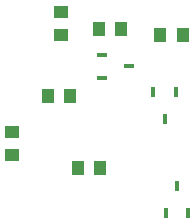
<source format=gbr>
G04 DipTrace 3.2.0.1*
G04 TopPaste.gbr*
%MOIN*%
G04 #@! TF.FileFunction,Paste,Top*
G04 #@! TF.Part,Single*
%ADD29R,0.043307X0.051181*%
%ADD31R,0.051181X0.043307*%
%ADD33R,0.033465X0.017717*%
%ADD35R,0.017717X0.033465*%
%FSLAX26Y26*%
G04*
G70*
G90*
G75*
G01*
G04 TopPaste*
%LPD*%
D35*
X1194856Y578921D3*
X1269659D3*
X1232257Y669472D3*
D33*
X982378Y1103866D3*
Y1029063D3*
X1072929Y1066465D3*
D35*
X1227538Y980504D3*
X1152735D3*
X1190136Y889953D3*
D31*
X844892Y1247601D3*
Y1172798D3*
D29*
X1044682Y1191357D3*
X969879D3*
X1176108Y1172609D3*
X1250911D3*
X876139Y966381D3*
X801336D3*
D31*
X682504Y847549D3*
Y772745D3*
D29*
X976129Y728906D3*
X901325D3*
M02*

</source>
